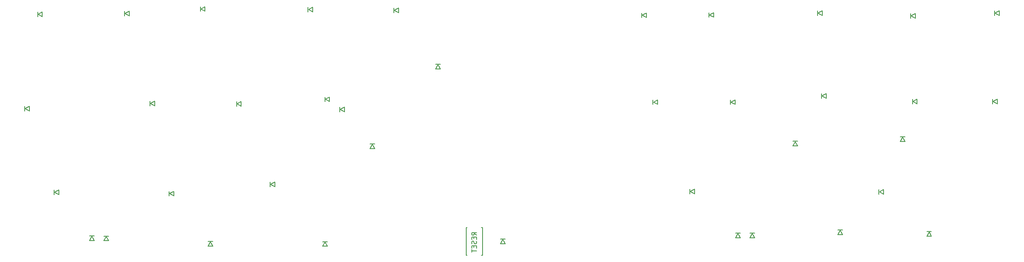
<source format=gbr>
%TF.GenerationSoftware,KiCad,Pcbnew,(6.0.2)*%
%TF.CreationDate,2022-03-06T15:17:29+09:00*%
%TF.ProjectId,presplit_39key,70726573-706c-4697-945f-33396b65792e,rev?*%
%TF.SameCoordinates,Original*%
%TF.FileFunction,Legend,Bot*%
%TF.FilePolarity,Positive*%
%FSLAX46Y46*%
G04 Gerber Fmt 4.6, Leading zero omitted, Abs format (unit mm)*
G04 Created by KiCad (PCBNEW (6.0.2)) date 2022-03-06 15:17:29*
%MOMM*%
%LPD*%
G01*
G04 APERTURE LIST*
%ADD10C,0.150000*%
G04 APERTURE END LIST*
D10*
%TO.C,SW41*%
X131837380Y-88614619D02*
X131361190Y-88281285D01*
X131837380Y-88043190D02*
X130837380Y-88043190D01*
X130837380Y-88424142D01*
X130885000Y-88519380D01*
X130932619Y-88567000D01*
X131027857Y-88614619D01*
X131170714Y-88614619D01*
X131265952Y-88567000D01*
X131313571Y-88519380D01*
X131361190Y-88424142D01*
X131361190Y-88043190D01*
X131313571Y-89043190D02*
X131313571Y-89376523D01*
X131837380Y-89519380D02*
X131837380Y-89043190D01*
X130837380Y-89043190D01*
X130837380Y-89519380D01*
X131789761Y-89900333D02*
X131837380Y-90043190D01*
X131837380Y-90281285D01*
X131789761Y-90376523D01*
X131742142Y-90424142D01*
X131646904Y-90471761D01*
X131551666Y-90471761D01*
X131456428Y-90424142D01*
X131408809Y-90376523D01*
X131361190Y-90281285D01*
X131313571Y-90090809D01*
X131265952Y-89995571D01*
X131218333Y-89947952D01*
X131123095Y-89900333D01*
X131027857Y-89900333D01*
X130932619Y-89947952D01*
X130885000Y-89995571D01*
X130837380Y-90090809D01*
X130837380Y-90328904D01*
X130885000Y-90471761D01*
X131313571Y-90900333D02*
X131313571Y-91233666D01*
X131837380Y-91376523D02*
X131837380Y-90900333D01*
X130837380Y-90900333D01*
X130837380Y-91376523D01*
X130837380Y-91662238D02*
X130837380Y-92233666D01*
X131837380Y-91947952D02*
X130837380Y-91947952D01*
X133135000Y-86940000D02*
X133135000Y-92940000D01*
X129635000Y-92940000D02*
X129635000Y-86940000D01*
X129635000Y-86940000D02*
X129885000Y-86940000D01*
X133135000Y-92940000D02*
X132885000Y-92940000D01*
X129885000Y-92940000D02*
X129635000Y-92940000D01*
X132885000Y-86940000D02*
X133135000Y-86940000D01*
%TO.C,D37*%
X243135000Y-41665000D02*
X243135000Y-40665000D01*
X243135000Y-40665000D02*
X242235000Y-41165000D01*
X242135000Y-41665000D02*
X242135000Y-40665000D01*
X242235000Y-41165000D02*
X243135000Y-41665000D01*
%TO.C,D27*%
X199710000Y-68665000D02*
X199210000Y-69565000D01*
X200210000Y-69565000D02*
X199710000Y-68665000D01*
X199210000Y-68565000D02*
X200210000Y-68565000D01*
X199210000Y-69565000D02*
X200210000Y-69565000D01*
%TO.C,D30*%
X205285000Y-59365000D02*
X205285000Y-58365000D01*
X205385000Y-58865000D02*
X206285000Y-59365000D01*
X206285000Y-58365000D02*
X205385000Y-58865000D01*
X206285000Y-59365000D02*
X206285000Y-58365000D01*
%TO.C,D35*%
X222085000Y-68615000D02*
X223085000Y-68615000D01*
X222085000Y-67615000D02*
X223085000Y-67615000D01*
X223085000Y-68615000D02*
X222585000Y-67715000D01*
X222585000Y-67715000D02*
X222085000Y-68615000D01*
%TO.C,D2*%
X36710000Y-61065000D02*
X35810000Y-61565000D01*
X36710000Y-62065000D02*
X36710000Y-61065000D01*
X35810000Y-61565000D02*
X36710000Y-62065000D01*
X35710000Y-62065000D02*
X35710000Y-61065000D01*
%TO.C,D9*%
X74085000Y-39790000D02*
X73185000Y-40290000D01*
X74085000Y-40790000D02*
X74085000Y-39790000D01*
X73185000Y-40290000D02*
X74085000Y-40790000D01*
X73085000Y-40790000D02*
X73085000Y-39790000D01*
%TO.C,D25*%
X182310000Y-42065000D02*
X182310000Y-41065000D01*
X182310000Y-41065000D02*
X181410000Y-41565000D01*
X181410000Y-41565000D02*
X182310000Y-42065000D01*
X181310000Y-42065000D02*
X181310000Y-41065000D01*
%TO.C,D20*%
X137435000Y-89540000D02*
X136935000Y-90440000D01*
X137935000Y-90440000D02*
X137435000Y-89540000D01*
X136935000Y-90440000D02*
X137935000Y-90440000D01*
X136935000Y-89440000D02*
X137935000Y-89440000D01*
%TO.C,D24*%
X187010000Y-88165000D02*
X188010000Y-88165000D01*
X188010000Y-89165000D02*
X187510000Y-88265000D01*
X187510000Y-88265000D02*
X187010000Y-89165000D01*
X187010000Y-89165000D02*
X188010000Y-89165000D01*
%TO.C,D8*%
X53585000Y-89815000D02*
X53085000Y-88915000D01*
X52585000Y-88815000D02*
X53585000Y-88815000D01*
X52585000Y-89815000D02*
X53585000Y-89815000D01*
X53085000Y-88915000D02*
X52585000Y-89815000D01*
%TO.C,D32*%
X208735000Y-87490000D02*
X209735000Y-87490000D01*
X208735000Y-88490000D02*
X209735000Y-88490000D01*
X209735000Y-88490000D02*
X209235000Y-87590000D01*
X209235000Y-87590000D02*
X208735000Y-88490000D01*
%TO.C,D36*%
X228185000Y-87915000D02*
X227685000Y-88815000D01*
X227685000Y-87815000D02*
X228685000Y-87815000D01*
X227685000Y-88815000D02*
X228685000Y-88815000D01*
X228685000Y-88815000D02*
X228185000Y-87915000D01*
%TO.C,D7*%
X67435000Y-80240000D02*
X67435000Y-79240000D01*
X67435000Y-79240000D02*
X66535000Y-79740000D01*
X66435000Y-80240000D02*
X66435000Y-79240000D01*
X66535000Y-79740000D02*
X67435000Y-80240000D01*
%TO.C,D23*%
X177360000Y-79290000D02*
X178260000Y-79790000D01*
X177260000Y-79790000D02*
X177260000Y-78790000D01*
X178260000Y-78790000D02*
X177360000Y-79290000D01*
X178260000Y-79790000D02*
X178260000Y-78790000D01*
%TO.C,D10*%
X81785000Y-60040000D02*
X80885000Y-60540000D01*
X80785000Y-61040000D02*
X80785000Y-60040000D01*
X80885000Y-60540000D02*
X81785000Y-61040000D01*
X81785000Y-61040000D02*
X81785000Y-60040000D01*
%TO.C,D21*%
X168035000Y-42140000D02*
X168035000Y-41140000D01*
X167135000Y-41640000D02*
X168035000Y-42140000D01*
X168035000Y-41140000D02*
X167135000Y-41640000D01*
X167035000Y-42140000D02*
X167035000Y-41140000D01*
%TO.C,D11*%
X87910000Y-78240000D02*
X87910000Y-77240000D01*
X88010000Y-77740000D02*
X88910000Y-78240000D01*
X88910000Y-77240000D02*
X88010000Y-77740000D01*
X88910000Y-78240000D02*
X88910000Y-77240000D01*
%TO.C,D15*%
X103735000Y-61265000D02*
X102835000Y-61765000D01*
X102835000Y-61765000D02*
X103735000Y-62265000D01*
X102735000Y-62265000D02*
X102735000Y-61265000D01*
X103735000Y-62265000D02*
X103735000Y-61265000D01*
%TO.C,D3*%
X42085000Y-79465000D02*
X42985000Y-79965000D01*
X42985000Y-79965000D02*
X42985000Y-78965000D01*
X41985000Y-79965000D02*
X41985000Y-78965000D01*
X42985000Y-78965000D02*
X42085000Y-79465000D01*
%TO.C,D26*%
X185910000Y-60690000D02*
X185910000Y-59690000D01*
X186010000Y-60190000D02*
X186910000Y-60690000D01*
X186910000Y-59690000D02*
X186010000Y-60190000D01*
X186910000Y-60690000D02*
X186910000Y-59690000D01*
%TO.C,D6*%
X63385000Y-60015000D02*
X62485000Y-60515000D01*
X62385000Y-61015000D02*
X62385000Y-60015000D01*
X63385000Y-61015000D02*
X63385000Y-60015000D01*
X62485000Y-60515000D02*
X63385000Y-61015000D01*
%TO.C,D22*%
X169510000Y-60190000D02*
X170410000Y-60690000D01*
X170410000Y-59690000D02*
X169510000Y-60190000D01*
X170410000Y-60690000D02*
X170410000Y-59690000D01*
X169410000Y-60690000D02*
X169410000Y-59690000D01*
%TO.C,D14*%
X100585000Y-60090000D02*
X100585000Y-59090000D01*
X100585000Y-59090000D02*
X99685000Y-59590000D01*
X99585000Y-60090000D02*
X99585000Y-59090000D01*
X99685000Y-59590000D02*
X100585000Y-60090000D01*
%TO.C,D4*%
X50535000Y-89765000D02*
X50035000Y-88865000D01*
X50035000Y-88865000D02*
X49535000Y-89765000D01*
X49535000Y-88765000D02*
X50535000Y-88765000D01*
X49535000Y-89765000D02*
X50535000Y-89765000D01*
%TO.C,D33*%
X224235000Y-42265000D02*
X224235000Y-41265000D01*
X225235000Y-41265000D02*
X224335000Y-41765000D01*
X224335000Y-41765000D02*
X225235000Y-42265000D01*
X225235000Y-42265000D02*
X225235000Y-41265000D01*
%TO.C,D16*%
X99635000Y-90090000D02*
X99135000Y-90990000D01*
X99135000Y-90990000D02*
X100135000Y-90990000D01*
X100135000Y-90990000D02*
X99635000Y-90090000D01*
X99135000Y-89990000D02*
X100135000Y-89990000D01*
%TO.C,D38*%
X241785000Y-60090000D02*
X242685000Y-60590000D01*
X242685000Y-60590000D02*
X242685000Y-59590000D01*
X241685000Y-60590000D02*
X241685000Y-59590000D01*
X242685000Y-59590000D02*
X241785000Y-60090000D01*
%TO.C,D5*%
X56935000Y-41765000D02*
X56935000Y-40765000D01*
X57935000Y-40765000D02*
X57035000Y-41265000D01*
X57935000Y-41765000D02*
X57935000Y-40765000D01*
X57035000Y-41265000D02*
X57935000Y-41765000D01*
%TO.C,D34*%
X225635000Y-60540000D02*
X225635000Y-59540000D01*
X224635000Y-60540000D02*
X224635000Y-59540000D01*
X224735000Y-60040000D02*
X225635000Y-60540000D01*
X225635000Y-59540000D02*
X224735000Y-60040000D01*
%TO.C,D28*%
X190035000Y-89165000D02*
X191035000Y-89165000D01*
X190535000Y-88265000D02*
X190035000Y-89165000D01*
X191035000Y-89165000D02*
X190535000Y-88265000D01*
X190035000Y-88165000D02*
X191035000Y-88165000D01*
%TO.C,D19*%
X110160000Y-70140000D02*
X109660000Y-69240000D01*
X109160000Y-70140000D02*
X110160000Y-70140000D01*
X109660000Y-69240000D02*
X109160000Y-70140000D01*
X109160000Y-69140000D02*
X110160000Y-69140000D01*
%TO.C,D18*%
X123685000Y-52215000D02*
X123185000Y-53115000D01*
X124185000Y-53115000D02*
X123685000Y-52215000D01*
X123185000Y-52115000D02*
X124185000Y-52115000D01*
X123185000Y-53115000D02*
X124185000Y-53115000D01*
%TO.C,D13*%
X97010000Y-40940000D02*
X97010000Y-39940000D01*
X97010000Y-39940000D02*
X96110000Y-40440000D01*
X96010000Y-40940000D02*
X96010000Y-39940000D01*
X96110000Y-40440000D02*
X97010000Y-40940000D01*
%TO.C,D31*%
X218510000Y-79890000D02*
X218510000Y-78890000D01*
X217610000Y-79390000D02*
X218510000Y-79890000D01*
X218510000Y-78890000D02*
X217610000Y-79390000D01*
X217510000Y-79890000D02*
X217510000Y-78890000D01*
%TO.C,D17*%
X115285000Y-41090000D02*
X115285000Y-40090000D01*
X114385000Y-40590000D02*
X115285000Y-41090000D01*
X115285000Y-40090000D02*
X114385000Y-40590000D01*
X114285000Y-41090000D02*
X114285000Y-40090000D01*
%TO.C,D1*%
X38560000Y-41415000D02*
X39460000Y-41915000D01*
X39460000Y-40915000D02*
X38560000Y-41415000D01*
X39460000Y-41915000D02*
X39460000Y-40915000D01*
X38460000Y-41915000D02*
X38460000Y-40915000D01*
%TO.C,D29*%
X204460000Y-41690000D02*
X204460000Y-40690000D01*
X205460000Y-41690000D02*
X205460000Y-40690000D01*
X204560000Y-41190000D02*
X205460000Y-41690000D01*
X205460000Y-40690000D02*
X204560000Y-41190000D01*
%TO.C,D12*%
X75210000Y-90065000D02*
X74710000Y-90965000D01*
X74710000Y-89965000D02*
X75710000Y-89965000D01*
X75710000Y-90965000D02*
X75210000Y-90065000D01*
X74710000Y-90965000D02*
X75710000Y-90965000D01*
%TD*%
M02*

</source>
